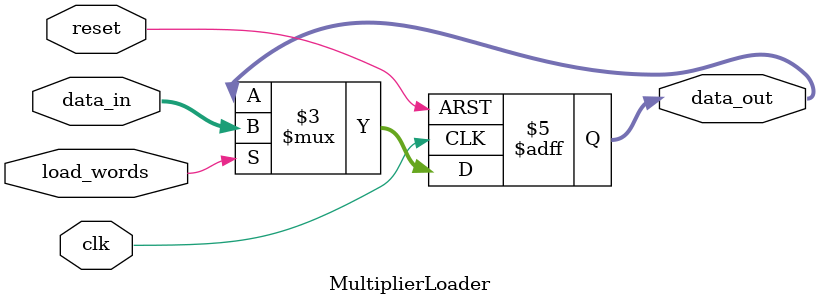
<source format=sv>
module MultiplierLoader(
    input logic clk,           
    input logic reset,         
    input logic load_words,    
    input logic [15:0] data_in,
    output logic [15:0] data_out
);

always_ff @(posedge clk or negedge reset) begin
    if (!reset) begin
        data_out <= 16'h0;
    end else if (load_words) begin
        data_out <=  data_in;
    end
end

endmodule
</source>
